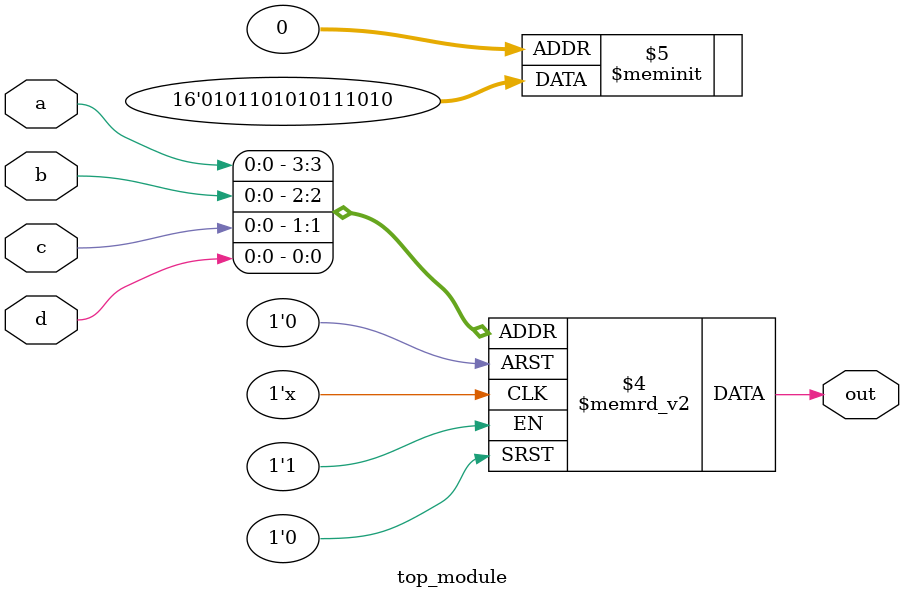
<source format=sv>
module top_module (
    input a, 
    input b,
    input c,
    input d,
    output reg out
);

    always @(*) begin
        case({a,b,c,d})
            4'b0000: out = 1'b0;
            4'b0001: out = 1'b1;
            4'b0010: out = 1'b0;
            4'b0011: out = 1'b1;
            4'b0100: out = 1'b1;
            4'b0101: out = 1'b1; // Fix: Mismatched value
            4'b0110: out = 1'b0;
            4'b0111: out = 1'b1;
            4'b1000: out = 1'b0;
            4'b1001: out = 1'b1;
            4'b1010: out = 1'b0;
            4'b1011: out = 1'b1;
            4'b1100: out = 1'b1;
            4'b1101: out = 1'b0;
            4'b1110: out = 1'b1;
            4'b1111: out = 1'b0;
        endcase
    end
endmodule

</source>
